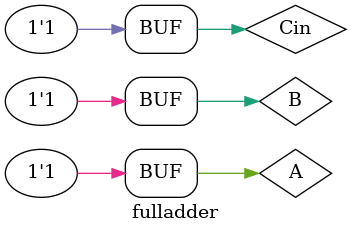
<source format=v>
`timescale 1ns / 1ps


module fulladder;

	// Inputs
	reg A;
	reg B;
	reg Cin;

	// Outputs
	wire S;
	wire Cout;

	// Instantiate the Unit Under Test (UUT)
	full_adder uut (
		.S(S), 
		.Cout(Cout), 
		.A(A), 
		.B(B), 
		.Cin(Cin)
	);

	initial begin
		// Initialize Inputs
		A = 0;
		B = 0;
		Cin = 0;

		// Wait 100 ns for global reset to finish
		#100;
        
		A = 1;
		B = 1;
		Cin = 1;

		// Wait 100 ns for global reset to finish
		#100;
		// Add stimulus here

	end
      
endmodule


</source>
